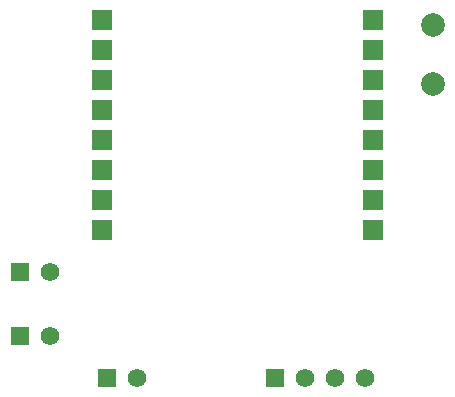
<source format=gtl>
G04 Layer: TopLayer*
G04 EasyEDA v6.5.22, 2023-03-11 10:03:51*
G04 8c804c29d0f949b487868860c40900b7,2edda57568cb4d92a7641b919e05c1e7,10*
G04 Gerber Generator version 0.2*
G04 Scale: 100 percent, Rotated: No, Reflected: No *
G04 Dimensions in inches *
G04 leading zeros omitted , absolute positions ,3 integer and 6 decimal *
%FSLAX36Y36*%
%MOIN*%

%ADD10R,0.0620X0.0620*%
%ADD11C,0.0620*%
%ADD12C,0.0787*%
%ADD13R,0.0709X0.0709*%

%LPD*%
D10*
G01*
X-430000Y-755000D03*
D11*
G01*
X-330000Y-755000D03*
D10*
G01*
X-720000Y-615000D03*
D11*
G01*
X-620000Y-615000D03*
D10*
G01*
X-720000Y-400000D03*
D11*
G01*
X-620000Y-400000D03*
D10*
G01*
X130000Y-755000D03*
D11*
G01*
X230000Y-755000D03*
G01*
X330000Y-755000D03*
G01*
X430000Y-755000D03*
D12*
G01*
X655000Y423600D03*
G01*
X655000Y226399D03*
D13*
G01*
X-447759Y440000D03*
G01*
X-447759Y340000D03*
G01*
X-447759Y240000D03*
G01*
X-447759Y140000D03*
G01*
X-447759Y40000D03*
G01*
X-447759Y-60000D03*
G01*
X-447759Y-160000D03*
G01*
X-447759Y-260000D03*
G01*
X457750Y-260000D03*
G01*
X457750Y-160000D03*
G01*
X457750Y-60000D03*
G01*
X457750Y40000D03*
G01*
X457750Y140000D03*
G01*
X457750Y240000D03*
G01*
X457750Y340000D03*
G01*
X457750Y440000D03*
M02*

</source>
